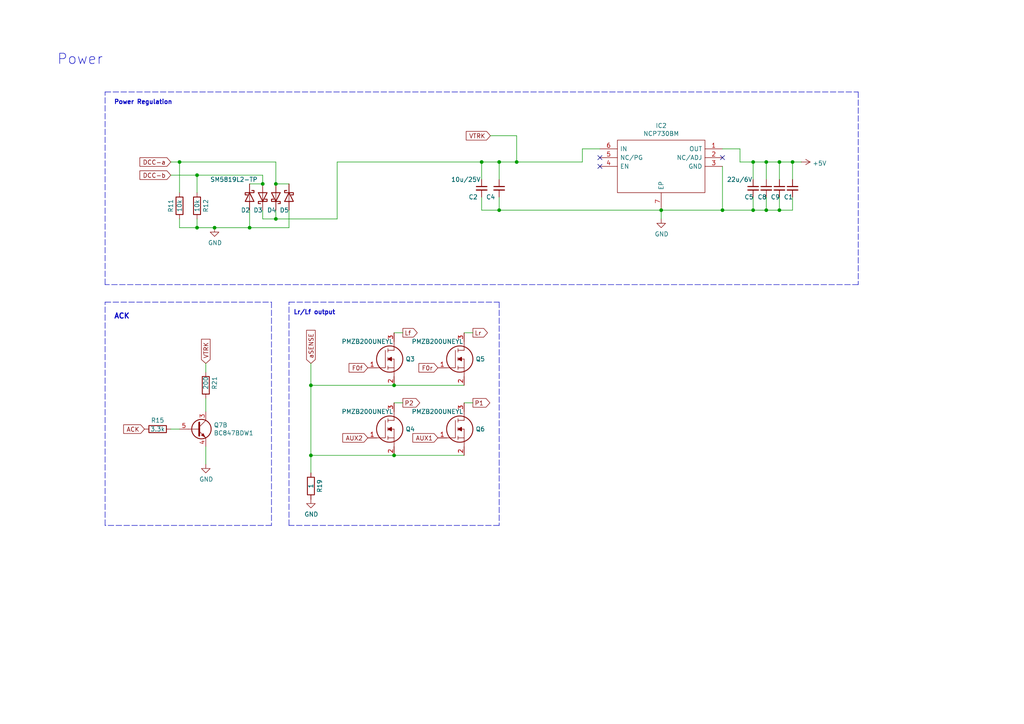
<source format=kicad_sch>
(kicad_sch (version 20250114) (generator "eeschema") (generator_version "9.0")
  (paper "A4")
  (title_block (title "RTB D98-Function NEM651 Decoder") (date "2026-02-20") (rev "0") (company "Frank Schumacher/Felix Schilberth") (comment 1 "Funktions Decoder NEM651") (comment 4 "Licensed under the Apache License, Version 2"))
  (lib_symbols
    (symbol "Device:C_Small" (pin_numbers (hide yes)) (pin_names (offset 0.254) (hide yes))
      (property "Reference" "C" (at 0.254 1.778 0))
      (property "Value" "C_Small" (at 0.254 -2.032 0))
      (symbol "C_Small_0_1"
        (polyline (pts (xy -1.524 0.508) (xy 1.524 0.508)) (stroke (width 0.3048)))
        (polyline (pts (xy -1.524 -0.508) (xy 1.524 -0.508)) (stroke (width 0.3302)))
      )
      (symbol "C_Small_1_1"
        (pin passive line (at 0 2.54 270) (length 2.032) (name "~") (number "1"))
        (pin passive line (at 0 -2.54 90) (length 2.032) (name "~") (number "2"))
      )
    )
    (symbol "Device:D_Schottky" (pin_numbers (hide yes)) (pin_names (offset 1.016) (hide yes))
      (property "Reference" "D" (at 0 2.54 0))
      (property "Value" "D_Schottky" (at 0 -2.54 0))
      (symbol "D_Schottky_0_1"
        (polyline (pts (xy -1.905 0.635) (xy -1.905 1.27) (xy -1.27 1.27) (xy -1.27 -1.27) (xy -0.635 -1.27) (xy -0.635 -0.635)) (stroke (width 0.254)))
        (polyline (pts (xy 1.27 1.27) (xy 1.27 -1.27) (xy -1.27 0) (xy 1.27 1.27)) (stroke (width 0.254)))
        (polyline (pts (xy 1.27 0) (xy -1.27 0)))
      )
      (symbol "D_Schottky_1_1"
        (pin passive line (at -3.81 0 0) (length 2.54) (name "K") (number "1"))
        (pin passive line (at 3.81 0 180) (length 2.54) (name "A") (number "2"))
      )
    )
    (symbol "Device:R" (pin_numbers (hide yes)) (pin_names (offset 0))
      (property "Reference" "R" (at 2.032 0 90))
      (property "Value" "R" (at 0 0 90))
      (symbol "R_0_1"
        (rectangle (start -1.016 -2.54) (end 1.016 2.54) (stroke (width 0.254)))
      )
      (symbol "R_1_1"
        (pin passive line (at 0 3.81 270) (length 1.27) (name "~") (number "1"))
        (pin passive line (at 0 -3.81 90) (length 1.27) (name "~") (number "2"))
      )
    )
    (symbol "RTB:NCP730BMT330TBG" (pin_names (offset 0.762))
      (property "Reference" "IC" (at 31.75 7.62 0))
      (property "Value" "NCP730BMT330TBG" (at 31.75 5.08 0))
      (symbol "NCP730BMT330TBG_0_0"
        (pin passive line (at 0 0 0) (length 5.08) (name "OUT") (number "1"))
        (pin passive line (at 0 -2.54 0) (length 5.08) (name "NC/ADJ") (number "2"))
        (pin passive line (at 0 -5.08 0) (length 5.08) (name "GND") (number "3"))
        (pin passive line (at 17.78 -17.78 90) (length 5.08) (name "EP") (number "7"))
        (pin passive line (at 35.56 0 180) (length 5.08) (name "IN") (number "6"))
        (pin passive line (at 35.56 -2.54 180) (length 5.08) (name "NC/PG") (number "5"))
        (pin passive line (at 35.56 -5.08 180) (length 5.08) (name "EN") (number "4"))
      )
      (symbol "NCP730BMT330TBG_0_1"
        (polyline (pts (xy 5.08 2.54) (xy 30.48 2.54) (xy 30.48 -12.7) (xy 5.08 -12.7) (xy 5.08 2.54)) (stroke (width 0.1524)))
      )
    )
    (symbol "RTB:PMZB200UNEYL" (pin_names (offset 0.762))
      (property "Reference" "Q" (at 11.43 3.81 0))
      (property "Value" "PMZB200UNEYL" (at 11.43 1.27 0))
      (symbol "PMZB200UNEYL_0_0"
        (pin passive line (at 0 0 0) (length 2.54) (name "~") (number "1"))
        (pin passive line (at 7.62 10.16 270) (length 2.54) (name "~") (number "3"))
        (pin passive line (at 7.62 -5.08 90) (length 2.54) (name "~") (number "2"))
      )
      (symbol "PMZB200UNEYL_0_1"
        (polyline (pts (xy 2.54 0) (xy 5.08 0) (xy 5.08 5.08)) (stroke (width 0.1524)))
        (polyline (pts (xy 5.842 5.588) (xy 5.842 4.572)) (stroke (width 0.1524)))
        (polyline (pts (xy 5.842 2.54) (xy 6.858 3.048) (xy 6.858 2.032) (xy 5.842 2.54)) (stroke (width 0.254)) (fill (type outline)))
        (polyline (pts (xy 5.842 2.032) (xy 5.842 3.048)) (stroke (width 0.1524)))
        (polyline (pts (xy 5.842 0) (xy 7.62 0)) (stroke (width 0.1524)))
        (polyline (pts (xy 5.842 -0.508) (xy 5.842 0.508)) (stroke (width 0.1524)))
        (circle (center 6.35 2.54) (radius 3.81) (stroke (width 0.254)))
        (polyline (pts (xy 7.62 5.08) (xy 5.842 5.08)) (stroke (width 0.1524)))
        (polyline (pts (xy 7.62 5.08) (xy 7.62 7.62)) (stroke (width 0.1524)))
        (polyline (pts (xy 7.62 2.54) (xy 5.842 2.54)) (stroke (width 0.1524)))
        (polyline (pts (xy 7.62 2.54) (xy 7.62 -2.54)) (stroke (width 0.1524)))
      )
    )
    (symbol "Transistor_BJT:BC847BDW1" (pin_names (offset 0) (hide yes))
      (property "Reference" "Q" (at 5.08 1.27 0))
      (property "Value" "BC847BDW1" (at 5.08 -1.27 0))
      (symbol "BC847BDW1_0_1"
        (polyline (pts (xy 0.635 1.905) (xy 0.635 -1.905)) (stroke (width 0.508)))
        (polyline (pts (xy 0.635 0.635) (xy 2.54 2.54)))
        (polyline (pts (xy 0.635 0) (xy -2.54 0)))
        (polyline (pts (xy 0.635 -0.635) (xy 2.54 -2.54)))
        (circle (center 1.27 0) (radius 2.8194) (stroke (width 0.254)))
        (polyline (pts (xy 1.27 -1.778) (xy 1.778 -1.27) (xy 2.286 -2.286) (xy 1.27 -1.778)) (fill (type outline)))
      )
      (symbol "BC847BDW1_1_1"
        (pin input line (at -5.08 0 0) (length 2.54) (name "B1") (number "2"))
        (pin passive line (at 2.54 5.08 270) (length 2.54) (name "C1") (number "6"))
        (pin passive line (at 2.54 -5.08 90) (length 2.54) (name "E1") (number "1"))
      )
      (symbol "BC847BDW1_2_1"
        (pin input line (at -5.08 0 0) (length 2.54) (name "B2") (number "5"))
        (pin passive line (at 2.54 5.08 270) (length 2.54) (name "C2") (number "3"))
        (pin passive line (at 2.54 -5.08 90) (length 2.54) (name "E2") (number "4"))
      )
    )
    (symbol "power:+3V3" (power) (pin_numbers (hide yes)) (pin_names (offset 0) (hide yes))
      (property "Value" "+3V3" (at 0 3.556 0))
      (symbol "+3V3_0_1"
        (polyline (pts (xy -0.762 1.27) (xy 0 2.54)))
        (polyline (pts (xy 0 2.54) (xy 0.762 1.27)))
        (polyline (pts (xy 0 0) (xy 0 2.54)))
      )
      (symbol "+3V3_1_1"
        (pin power_in line (at 0 0 90) (length 0) (name "~") (number "1"))
      )
    )
    (symbol "power:GND" (power) (pin_numbers (hide yes)) (pin_names (offset 0) (hide yes))
      (property "Value" "GND" (at 0 -3.81 0))
      (symbol "GND_0_1"
        (polyline (pts (xy 0 0) (xy 0 -1.27) (xy 1.27 -1.27) (xy 0 -2.54) (xy -1.27 -1.27) (xy 0 -1.27)))
      )
      (symbol "GND_1_1"
        (pin power_in line (at 0 0 270) (length 0) (name "~") (number "1"))
      )
    )
  )
  (text "ACK" (at 33.02 92.71 0) (effects (font (size 1.4986 1.4986) (thickness 0.2997) (bold yes)) (justify left bottom)))
  (text "Lr/Lf output" (at 85.09 91.44 0) (effects (font (size 1.27 1.27) (thickness 0.254) (bold yes)) (justify left bottom)))
  (text "Power" (at 16.51 19.05 0) (effects (font (size 2.9972 2.9972)) (justify left bottom)))
  (text "Power Regulation" (at 33.02 30.48 0) (effects (font (size 1.27 1.27) (thickness 0.254) (bold yes)) (justify left bottom)))
  (junction (at 191.77 60.96))
  (junction (at 72.39 66.04))
  (junction (at 114.3 111.76))
  (junction (at 139.7 46.99))
  (junction (at 144.78 60.96))
  (junction (at 90.17 111.76))
  (junction (at 80.01 53.34))
  (junction (at 80.01 63.5))
  (junction (at 209.55 60.96))
  (junction (at 226.06 46.99))
  (junction (at 57.15 50.8))
  (junction (at 52.07 46.99))
  (junction (at 62.23 66.04))
  (junction (at 222.25 46.99))
  (junction (at 229.87 46.99))
  (junction (at 76.2 53.34))
  (junction (at 144.78 46.99))
  (junction (at 90.17 132.08))
  (junction (at 218.44 60.96))
  (junction (at 222.25 60.96))
  (junction (at 57.15 66.04))
  (junction (at 226.06 60.96))
  (junction (at 218.44 46.99))
  (junction (at 114.3 132.08))
  (junction (at 149.86 46.99))
  (no_connect (at 173.99 48.26))
  (no_connect (at 209.55 45.72))
  (no_connect (at 173.99 45.72))
  (wire (pts (xy 222.25 60.96) (xy 226.06 60.96)))
  (wire (pts (xy 57.15 50.8) (xy 76.2 50.8)))
  (wire (pts (xy 226.06 46.99) (xy 226.06 52.07)))
  (wire (pts (xy 52.07 63.5) (xy 52.07 66.04)))
  (polyline (pts (xy 78.74 87.63) (xy 78.74 152.4)) (stroke (width 0) (type dash)))
  (wire (pts (xy 139.7 46.99) (xy 144.78 46.99)))
  (wire (pts (xy 90.17 132.08) (xy 90.17 137.16)))
  (wire (pts (xy 226.06 57.15) (xy 226.06 60.96)))
  (wire (pts (xy 222.25 57.15) (xy 222.25 60.96)))
  (wire (pts (xy 97.79 63.5) (xy 97.79 46.99)))
  (wire (pts (xy 52.07 55.88) (xy 52.07 46.99)))
  (wire (pts (xy 134.62 96.52) (xy 137.16 96.52)))
  (wire (pts (xy 214.63 46.99) (xy 218.44 46.99)))
  (wire (pts (xy 168.91 46.99) (xy 168.91 43.18)))
  (wire (pts (xy 218.44 57.15) (xy 218.44 60.96)))
  (wire (pts (xy 191.77 60.96) (xy 209.55 60.96)))
  (wire (pts (xy 114.3 111.76) (xy 134.62 111.76)))
  (wire (pts (xy 97.79 46.99) (xy 139.7 46.99)))
  (polyline (pts (xy 78.74 152.4) (xy 30.48 152.4)) (stroke (width 0) (type dash)))
  (wire (pts (xy 168.91 43.18) (xy 173.99 43.18)))
  (wire (pts (xy 144.78 57.15) (xy 144.78 60.96)))
  (wire (pts (xy 214.63 43.18) (xy 214.63 46.99)))
  (wire (pts (xy 80.01 60.96) (xy 80.01 63.5)))
  (wire (pts (xy 218.44 46.99) (xy 218.44 52.07)))
  (wire (pts (xy 90.17 105.41) (xy 90.17 111.76)))
  (wire (pts (xy 52.07 46.99) (xy 80.01 46.99)))
  (polyline (pts (xy 83.82 152.4) (xy 83.82 87.63)) (stroke (width 0) (type dash)))
  (wire (pts (xy 144.78 52.07) (xy 144.78 46.99)))
  (wire (pts (xy 72.39 66.04) (xy 72.39 60.96)))
  (wire (pts (xy 114.3 116.84) (xy 116.84 116.84)))
  (wire (pts (xy 114.3 111.76) (xy 90.17 111.76)))
  (wire (pts (xy 76.2 50.8) (xy 76.2 53.34)))
  (wire (pts (xy 222.25 46.99) (xy 226.06 46.99)))
  (polyline (pts (xy 248.92 26.67) (xy 248.92 82.55)) (stroke (width 0) (type dash)))
  (wire (pts (xy 144.78 60.96) (xy 191.77 60.96)))
  (wire (pts (xy 114.3 132.08) (xy 134.62 132.08)))
  (polyline (pts (xy 248.92 82.55) (xy 30.48 82.55)) (stroke (width 0) (type dash)))
  (polyline (pts (xy 30.48 82.55) (xy 30.48 26.67)) (stroke (width 0) (type dash)))
  (wire (pts (xy 59.69 129.54) (xy 59.69 134.62)))
  (wire (pts (xy 57.15 63.5) (xy 57.15 66.04)))
  (wire (pts (xy 90.17 111.76) (xy 90.17 132.08)))
  (wire (pts (xy 114.3 96.52) (xy 116.84 96.52)))
  (wire (pts (xy 80.01 63.5) (xy 97.79 63.5)))
  (wire (pts (xy 76.2 60.96) (xy 76.2 63.5)))
  (wire (pts (xy 52.07 46.99) (xy 49.53 46.99)))
  (wire (pts (xy 134.62 116.84) (xy 137.16 116.84)))
  (wire (pts (xy 72.39 66.04) (xy 83.82 66.04)))
  (wire (pts (xy 72.39 53.34) (xy 76.2 53.34)))
  (wire (pts (xy 62.23 66.04) (xy 72.39 66.04)))
  (polyline (pts (xy 144.78 152.4) (xy 83.82 152.4)) (stroke (width 0) (type dash)))
  (wire (pts (xy 59.69 115.57) (xy 59.69 119.38)))
  (wire (pts (xy 144.78 60.96) (xy 139.7 60.96)))
  (polyline (pts (xy 30.48 87.63) (xy 78.74 87.63)) (stroke (width 0) (type dash)))
  (wire (pts (xy 149.86 46.99) (xy 168.91 46.99)))
  (wire (pts (xy 229.87 52.07) (xy 229.87 46.99)))
  (polyline (pts (xy 30.48 26.67) (xy 248.92 26.67)) (stroke (width 0) (type dash)))
  (wire (pts (xy 226.06 46.99) (xy 229.87 46.99)))
  (wire (pts (xy 222.25 46.99) (xy 222.25 52.07)))
  (wire (pts (xy 139.7 60.96) (xy 139.7 57.15)))
  (wire (pts (xy 76.2 63.5) (xy 80.01 63.5)))
  (wire (pts (xy 144.78 46.99) (xy 149.86 46.99)))
  (wire (pts (xy 49.53 50.8) (xy 57.15 50.8)))
  (wire (pts (xy 209.55 43.18) (xy 214.63 43.18)))
  (wire (pts (xy 209.55 60.96) (xy 218.44 60.96)))
  (wire (pts (xy 114.3 132.08) (xy 90.17 132.08)))
  (wire (pts (xy 49.53 124.46) (xy 52.07 124.46)))
  (wire (pts (xy 209.55 48.26) (xy 209.55 60.96)))
  (polyline (pts (xy 83.82 87.63) (xy 144.78 87.63)) (stroke (width 0) (type dash)))
  (wire (pts (xy 59.69 105.41) (xy 59.69 107.95)))
  (wire (pts (xy 83.82 66.04) (xy 83.82 60.96)))
  (wire (pts (xy 52.07 66.04) (xy 57.15 66.04)))
  (wire (pts (xy 139.7 52.07) (xy 139.7 46.99)))
  (polyline (pts (xy 30.48 152.4) (xy 30.48 87.63)) (stroke (width 0) (type dash)))
  (wire (pts (xy 229.87 46.99) (xy 232.41 46.99)))
  (wire (pts (xy 57.15 50.8) (xy 57.15 55.88)))
  (wire (pts (xy 57.15 66.04) (xy 62.23 66.04)))
  (wire (pts (xy 218.44 46.99) (xy 222.25 46.99)))
  (wire (pts (xy 226.06 60.96) (xy 229.87 60.96)))
  (wire (pts (xy 149.86 39.37) (xy 149.86 46.99)))
  (wire (pts (xy 229.87 60.96) (xy 229.87 57.15)))
  (wire (pts (xy 80.01 46.99) (xy 80.01 53.34)))
  (wire (pts (xy 218.44 60.96) (xy 222.25 60.96)))
  (polyline (pts (xy 144.78 87.63) (xy 144.78 152.4)) (stroke (width 0) (type dash)))
  (wire (pts (xy 83.82 53.34) (xy 80.01 53.34)))
  (wire (pts (xy 191.77 63.5) (xy 191.77 60.96)))
  (wire (pts (xy 142.24 39.37) (xy 149.86 39.37)))
  (global_label "P1" (shape output) (at 137.16 116.84 0) (property "Intersheetrefs" "${INTERSHEET_REFS}" (effects (hide yes))))
  (global_label "F0r" (shape input) (at 127 106.68 180) (property "Intersheetrefs" "${INTERSHEET_REFS}" (effects (hide yes))))
  (global_label "DCC-b" (shape input) (at 49.53 50.8 180) (property "Intersheetrefs" "${INTERSHEET_REFS}" (effects (hide yes))))
  (global_label "ACK" (shape input) (at 41.91 124.46 180) (property "Intersheetrefs" "${INTERSHEET_REFS}" (effects (hide yes))))
  (global_label "Lf" (shape output) (at 116.84 96.52 0) (property "Intersheetrefs" "${INTERSHEET_REFS}" (effects (hide yes))))
  (global_label "aSENSE" (shape input) (at 90.17 105.41 90) (property "Intersheetrefs" "${INTERSHEET_REFS}" (effects (hide yes))))
  (global_label "Lr" (shape output) (at 137.16 96.52 0) (property "Intersheetrefs" "${INTERSHEET_REFS}" (effects (hide yes))))
  (global_label "VTRK" (shape input) (at 142.24 39.37 180) (property "Intersheetrefs" "${INTERSHEET_REFS}" (effects (hide yes))))
  (global_label "AUX1" (shape input) (at 127 127 180) (property "Intersheetrefs" "${INTERSHEET_REFS}" (effects (hide yes))))
  (global_label "VTRK" (shape input) (at 59.69 105.41 90) (property "Intersheetrefs" "${INTERSHEET_REFS}" (effects (hide yes))))
  (global_label "AUX2" (shape input) (at 106.68 127 180) (property "Intersheetrefs" "${INTERSHEET_REFS}" (effects (hide yes))))
  (global_label "P2" (shape output) (at 116.84 116.84 0) (property "Intersheetrefs" "${INTERSHEET_REFS}" (effects (hide yes))))
  (global_label "F0f" (shape input) (at 106.68 106.68 180) (property "Intersheetrefs" "${INTERSHEET_REFS}" (effects (hide yes))))
  (global_label "DCC-a" (shape input) (at 49.53 46.99 180) (property "Intersheetrefs" "${INTERSHEET_REFS}" (effects (hide yes))))
  (symbol (lib_id "power:GND") (at 191.77 63.5 0) (unit 1)
    (property "Reference" "#PWR0105" (effects (hide yes)))
    (property "Value" "GND" (at 191.897 67.8942 0))
  )
  (symbol (lib_id "Device:R") (at 59.69 111.76 180) (unit 1)
    (property "Reference" "R21" (at 62.23 113.03 90) (effects (justify right)))
    (property "Value" "200" (at 59.69 113.03 90) (effects (justify right)))
    (property "Footprint" "Resistor_SMD:R_0603_1608Metric" (effects (hide yes)))
    (property "Description" "-55℃~+155℃ 100mW 200Ω 75V Thick Film Resistor ±1% ±100ppm/℃ 0603 Chip Resistor - Surface Mount ROHS" (effects (hide yes)))
    (property "JLCPCB" "C8218" (effects (hide yes)))
  )
  (symbol (lib_id "Device:R") (at 45.72 124.46 90) (unit 1)
    (property "Reference" "R15" (at 45.72 121.92 90))
    (property "Value" "3.3k" (at 45.72 124.46 90))
    (property "Footprint" "Resistor_SMD:R_0402_1005Metric" (effects (hide yes)))
    (property "Description" "-55℃~+155℃ 3.3kΩ 50V 62.5mW Thick Film Resistor ±1% ±100ppm/℃ 0402 Chip Resistor - Surface Mount ROHS" (effects (hide yes)))
    (property "JLCPCB" "C25890" (effects (hide yes)))
  )
  (symbol (lib_id "power:GND") (at 62.23 66.04 0) (unit 1)
    (property "Reference" "#PWR0115" (effects (hide yes)))
    (property "Value" "GND" (at 62.357 70.4342 0))
  )
  (symbol (lib_id "Transistor_BJT:BC847BDW1") (at 57.15 124.46 0) (unit 2)
    (property "Reference" "Q7" (at 61.976 123.2916 0) (effects (justify left)))
    (property "Value" "BC847BDW1" (at 61.976 125.603 0) (effects (justify left)))
    (property "Footprint" "Package_TO_SOT_SMD:SOT-666" (effects (hide yes)))
    (property "Datasheet" "http://www.onsemi.com/pub_link/Collateral/BC846BDW1T1-D.PDF" (effects (hide yes)))
  )
  (symbol (lib_id "RTB:NCP730BMT330TBG") (at 209.55 43.18 0) (mirror y) (unit 1)
    (property "Reference" "IC2" (at 191.77 36.449 0))
    (property "Value" "NCP730BM" (at 191.77 38.7604 0))
    (property "Footprint" "Package_SON:WSON-6-1EP_2x2mm_P0.65mm_EP1x1.6mm_ThermalVias" (effects (hide yes)))
    (property "Datasheet" "https://www.mouser.de/datasheet/2/308/NCP730-D-1760032.pdf" (effects (hide yes)))
    (property "Description" "LDO Regulator Pos 3.3V 0.15A 6-Pin WDFN EP T/R" (effects (hide yes)))
    (property "Height" "0.8" (effects (hide yes)))
    (property "Mouser Part Number" "863-NCP730BMT330TBG" (effects (hide yes)))
    (property "Mouser Price/Stock" "https://www.mouser.co.uk/ProductDetail/onsemi/NCP730BMT330TBG?qs=xZ%2FP%252Ba9zWqYJIxqIDY%252BSGg%3D%3D" (effects (hide yes)))
    (property "Manufacturer_Name" "ON Semiconductor" (effects (hide yes)))
    (property "Manufacturer_Part_Number" "NCP730BMT330TBG" (effects (hide yes)))
  )
  (symbol (lib_id "Device:R") (at 57.15 59.69 180) (unit 1)
    (property "Reference" "R12" (at 59.69 59.69 90))
    (property "Value" "10k" (at 57.15 59.69 90))
    (property "Footprint" "Resistor_SMD:R_0402_1005Metric" (effects (hide yes)))
  )
  (symbol (lib_id "Device:R") (at 52.07 59.69 180) (unit 1)
    (property "Reference" "R11" (at 49.53 59.69 90))
    (property "Value" "10k" (at 52.07 59.69 90))
    (property "Footprint" "Resistor_SMD:R_0402_1005Metric" (effects (hide yes)))
  )
  (symbol (lib_id "Device:C_Small") (at 144.78 54.61 0) (unit 1)
    (property "Reference" "C4" (at 140.97 57.15 0) (effects (justify left)))
    (property "Value" "10u/25V" (effects (hide yes)))
    (property "Footprint" "Capacitor_SMD:C_0603_1608Metric" (effects (hide yes)))
  )
  (symbol (lib_id "Device:C_Small") (at 139.7 54.61 0) (unit 1)
    (property "Reference" "C2" (at 135.89 57.15 0) (effects (justify left)))
    (property "Value" "10u/25V" (at 130.81 52.07 0) (effects (justify left)))
    (property "Footprint" "Capacitor_SMD:C_0603_1608Metric" (effects (hide yes)))
  )
  (symbol (lib_id "RTB:PMZB200UNEYL") (at 127 106.68 0) (unit 1)
    (property "Reference" "Q5" (at 137.922 104.14 0) (effects (justify left)))
    (property "Value" "PMZB200UNEYL" (at 119.38 99.06 0) (effects (justify left)))
    (property "Footprint" "Package_DFN_QFN:Diodes_DFN1006-3" (effects (hide yes)))
    (property "Datasheet" "https://assets.nexperia.com/documents/data-sheet/PMZB200UNE.pdf" (effects (hide yes)))
    (property "Description" "N-Channel 30 V 1.4A (Ta) 350mW (Ta), 6.25W (Tc) Surface Mount DFN1006B-3" (effects (hide yes)))
    (property "Height" "0.4" (effects (hide yes)))
    (property "Mouser Part Number" "771-PMZB200UNEYL" (effects (hide yes)))
    (property "Mouser Price/Stock" "https://www.mouser.co.uk/ProductDetail/Nexperia/PMZB200UNEYL?qs=d7b8vw%252BBfo0jl0Uns2vJDw%3D%3D" (effects (hide yes)))
    (property "Manufacturer_Name" "Nexperia" (effects (hide yes)))
    (property "Manufacturer_Part_Number" "PMZB200UNEYL" (effects (hide yes)))
  )
  (symbol (lib_id "RTB:PMZB200UNEYL") (at 106.68 106.68 0) (unit 1)
    (property "Reference" "Q3" (at 117.602 104.14 0) (effects (justify left)))
    (property "Value" "PMZB200UNEYL" (at 99.06 99.06 0) (effects (justify left)))
    (property "Footprint" "Package_DFN_QFN:Diodes_DFN1006-3" (effects (hide yes)))
    (property "Datasheet" "https://assets.nexperia.com/documents/data-sheet/PMZB200UNE.pdf" (effects (hide yes)))
    (property "Description" "N-Channel 30 V 1.4A (Ta) 350mW (Ta), 6.25W (Tc) Surface Mount DFN1006B-3" (effects (hide yes)))
    (property "Height" "0.4" (effects (hide yes)))
    (property "Mouser Part Number" "771-PMZB200UNEYL" (effects (hide yes)))
    (property "Mouser Price/Stock" "https://www.mouser.co.uk/ProductDetail/Nexperia/PMZB200UNEYL?qs=d7b8vw%252BBfo0jl0Uns2vJDw%3D%3D" (effects (hide yes)))
    (property "Manufacturer_Name" "Nexperia" (effects (hide yes)))
    (property "Manufacturer_Part_Number" "PMZB200UNEYL" (effects (hide yes)))
  )
  (symbol (lib_id "Device:C_Small") (at 218.44 54.61 0) (unit 1)
    (property "Reference" "C5" (at 215.9 57.15 0) (effects (justify left)))
    (property "Value" "22u/6V" (at 210.82 52.07 0) (effects (justify left)))
    (property "Footprint" "Capacitor_SMD:C_0402_1005Metric" (effects (hide yes)))
  )
  (symbol (lib_id "Device:C_Small") (at 222.25 54.61 0) (unit 1)
    (property "Reference" "C8" (at 219.71 57.15 0) (effects (justify left)))
    (property "Value" "22u/6V" (effects (hide yes)))
    (property "Footprint" "Capacitor_SMD:C_0402_1005Metric" (effects (hide yes)))
  )
  (symbol (lib_id "Device:C_Small") (at 226.06 54.61 0) (unit 1)
    (property "Reference" "C9" (at 223.52 57.15 0) (effects (justify left)))
    (property "Value" "22u/6V" (effects (hide yes)))
    (property "Footprint" "Capacitor_SMD:C_0402_1005Metric" (effects (hide yes)))
  )
  (symbol (lib_id "power:GND") (at 90.17 144.78 0) (unit 1)
    (property "Reference" "#PWR0119" (effects (hide yes)))
    (property "Value" "GND" (at 90.297 149.1742 0))
  )
  (symbol (lib_id "RTB:PMZB200UNEYL") (at 127 127 0) (unit 1)
    (property "Reference" "Q6" (at 137.922 124.46 0) (effects (justify left)))
    (property "Value" "PMZB200UNEYL" (at 119.38 119.38 0) (effects (justify left)))
    (property "Footprint" "Package_DFN_QFN:Diodes_DFN1006-3" (effects (hide yes)))
    (property "Datasheet" "https://assets.nexperia.com/documents/data-sheet/PMZB200UNE.pdf" (effects (hide yes)))
    (property "Description" "N-Channel 30 V 1.4A (Ta) 350mW (Ta), 6.25W (Tc) Surface Mount DFN1006B-3" (effects (hide yes)))
    (property "Height" "0.4" (effects (hide yes)))
    (property "Mouser Part Number" "771-PMZB200UNEYL" (effects (hide yes)))
    (property "Mouser Price/Stock" "https://www.mouser.co.uk/ProductDetail/Nexperia/PMZB200UNEYL?qs=d7b8vw%252BBfo0jl0Uns2vJDw%3D%3D" (effects (hide yes)))
    (property "Manufacturer_Name" "Nexperia" (effects (hide yes)))
    (property "Manufacturer_Part_Number" "PMZB200UNEYL" (effects (hide yes)))
  )
  (symbol (lib_id "RTB:PMZB200UNEYL") (at 106.68 127 0) (unit 1)
    (property "Reference" "Q4" (at 117.602 124.46 0) (effects (justify left)))
    (property "Value" "PMZB200UNEYL" (at 99.06 119.38 0) (effects (justify left)))
    (property "Footprint" "Package_DFN_QFN:Diodes_DFN1006-3" (effects (hide yes)))
    (property "Datasheet" "https://assets.nexperia.com/documents/data-sheet/PMZB200UNE.pdf" (effects (hide yes)))
    (property "Description" "N-Channel 30 V 1.4A (Ta) 350mW (Ta), 6.25W (Tc) Surface Mount DFN1006B-3" (effects (hide yes)))
    (property "Height" "0.4" (effects (hide yes)))
    (property "Mouser Part Number" "771-PMZB200UNEYL" (effects (hide yes)))
    (property "Mouser Price/Stock" "https://www.mouser.co.uk/ProductDetail/Nexperia/PMZB200UNEYL?qs=d7b8vw%252BBfo0jl0Uns2vJDw%3D%3D" (effects (hide yes)))
    (property "Manufacturer_Name" "Nexperia" (effects (hide yes)))
    (property "Manufacturer_Part_Number" "PMZB200UNEYL" (effects (hide yes)))
  )
  (symbol (lib_id "Device:R") (at 90.17 140.97 180) (unit 1)
    (property "Reference" "R19" (at 92.71 140.97 90))
    (property "Value" "1" (at 90.17 140.97 90))
    (property "Footprint" "Resistor_SMD:R_0402_1005Metric" (effects (hide yes)))
  )
  (symbol (lib_id "Device:D_Schottky") (at 72.39 57.15 270) (unit 1)
    (property "Reference" "D2" (at 69.85 60.96 90) (effects (justify left)))
    (property "Value" "SM5819L2-TP" (at 60.96 52.07 90) (effects (justify left)))
    (property "Footprint" "RTB:SM5819L2TP" (effects (hide yes)))
  )
  (symbol (lib_id "Device:C_Small") (at 229.87 54.61 0) (unit 1)
    (property "Reference" "C1" (at 227.33 57.15 0) (effects (justify left)))
    (property "Value" "22u/6V" (effects (hide yes)))
    (property "Footprint" "Capacitor_SMD:C_0402_1005Metric" (effects (hide yes)))
  )
  (symbol (lib_id "Device:D_Schottky") (at 80.01 57.15 270) (mirror x) (unit 1)
    (property "Reference" "D4" (at 77.47 60.96 90) (effects (justify left)))
    (property "Value" "SM5819L2-TP" (effects (hide yes)))
    (property "Footprint" "RTB:SM5819L2TP" (effects (hide yes)))
  )
  (symbol (lib_id "Device:D_Schottky") (at 76.2 57.15 90) (unit 1)
    (property "Reference" "D3" (at 76.2 60.96 90) (effects (justify left)))
    (property "Value" "SM5819L2-TP" (effects (hide yes)))
    (property "Footprint" "RTB:SM5819L2TP" (effects (hide yes)))
  )
  (symbol (lib_id "Device:D_Schottky") (at 83.82 57.15 90) (mirror x) (unit 1)
    (property "Reference" "D5" (at 83.82 60.96 90) (effects (justify left)))
    (property "Value" "SM5819L2-TP" (effects (hide yes)))
    (property "Footprint" "RTB:SM5819L2TP" (effects (hide yes)))
  )
  (symbol (lib_id "power:GND") (at 59.69 134.62 0) (unit 1)
    (property "Reference" "#PWR0116" (effects (hide yes)))
    (property "Value" "GND" (at 59.817 139.0142 0))
  )
  (symbol (lib_id "power:+3V3") (at 232.41 46.99 270) (unit 1)
    (property "Reference" "#PWR0117" (effects (hide yes)))
    (property "Value" "+5V" (at 235.6612 47.371 90) (effects (justify left)))
  )
)
</source>
